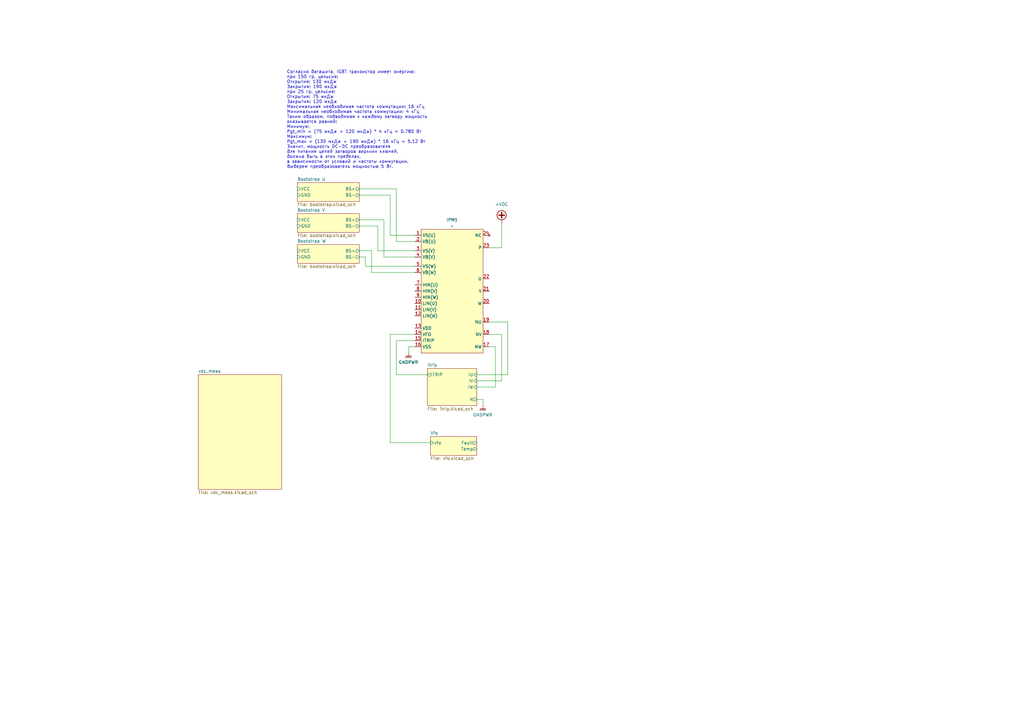
<source format=kicad_sch>
(kicad_sch (version 20231120) (generator "eeschema") (generator_version "8.0")
  (paper "A3")
  (lib_symbols
    (symbol "main:IGCM06F60GA"
      (property "Reference" "IPM" (at 0 1.27 0))
      (symbol "IGCM06F60GA_1_1"
        (rectangle (start -12.7 0) (end 12.7 -50.8) (fill (type background)))
        (pin power_in line (at -15.24 -2.54 0) (length 2.54) (name "VS(U)") (number "1"))
        (pin input line (at -15.24 -30.48 0) (length 2.54) (name "LIN(U)") (number "10"))
        (pin input line (at -15.24 -33.02 0) (length 2.54) (name "LIN(V)") (number "11"))
        (pin input line (at -15.24 -35.56 0) (length 2.54) (name "LIN(W)") (number "12"))
        (pin power_in line (at -15.24 -40.64 0) (length 2.54) (name "VDD") (number "13"))
        (pin output line (at -15.24 -43.18 0) (length 2.54) (name "VFO") (number "14"))
        (pin output line (at -15.24 -45.72 0) (length 2.54) (name "ITRIP") (number "15"))
        (pin power_in line (at -15.24 -48.26 0) (length 2.54) (name "VSS") (number "16"))
        (pin open_emitter line (at 15.24 -48.26 180) (length 2.54) (name "NW") (number "17"))
        (pin open_emitter line (at 15.24 -43.18 180) (length 2.54) (name "NV") (number "18"))
        (pin open_emitter line (at 15.24 -38.1 180) (length 2.54) (name "NU") (number "19"))
        (pin power_in line (at -15.24 -5.08 0) (length 2.54) (name "VB(U)") (number "2"))
        (pin output line (at 15.24 -30.48 180) (length 2.54) (name "W") (number "20"))
        (pin output line (at 15.24 -25.4 180) (length 2.54) (name "V") (number "21"))
        (pin output line (at 15.24 -20.32 180) (length 2.54) (name "U") (number "22"))
        (pin open_collector line (at 15.24 -7.62 180) (length 2.54) (name "P") (number "23"))
        (pin no_connect line (at 15.24 -2.54 180) (length 2.54) (name "NC") (number "24"))
        (pin power_in line (at -15.24 -8.89 0) (length 2.54) (name "VS(V)") (number "3"))
        (pin power_in line (at -15.24 -11.43 0) (length 2.54) (name "VB(V)") (number "4"))
        (pin power_in line (at -15.24 -15.24 0) (length 2.54) (name "VS(W)") (number "5"))
        (pin power_in line (at -15.24 -17.78 0) (length 2.54) (name "VB(W)") (number "6"))
        (pin input line (at -15.24 -22.86 0) (length 2.54) (name "HIN(U)") (number "7"))
        (pin input line (at -15.24 -25.4 0) (length 2.54) (name "HIN(V)") (number "8"))
        (pin input line (at -15.24 -27.94 0) (length 2.54) (name "HIN(W)") (number "9"))
      )
    )
    (symbol "power:+VDC" (power) (pin_numbers hide) (pin_names (offset 0) hide)
      (property "Value" "+VDC" (at 0 6.35 0))
      (symbol "+VDC_0_1"
        (polyline (pts (xy -1.143 3.175) (xy 1.143 3.175)) (stroke (width 0.508)))
        (polyline (pts (xy 0 0) (xy 0 1.27)))
        (polyline (pts (xy 0 2.032) (xy 0 4.318)) (stroke (width 0.508)))
        (circle (center 0 3.175) (radius 1.905) (stroke (width 0.254)))
      )
      (symbol "+VDC_1_1"
        (pin power_in line (at 0 0 90) (length 0) (name "~") (number "1"))
      )
    )
    (symbol "power:GNDPWR" (power) (pin_numbers hide) (pin_names (offset 0) hide)
      (property "Value" "GNDPWR" (at 0 -3.302 0))
      (symbol "GNDPWR_0_1"
        (polyline (pts (xy 0 -1.27) (xy 0 0)))
        (polyline (pts (xy -1.016 -1.27) (xy -1.27 -2.032) (xy -1.27 -2.032)) (stroke (width 0.2032)))
        (polyline (pts (xy -0.508 -1.27) (xy -0.762 -2.032) (xy -0.762 -2.032)) (stroke (width 0.2032)))
        (polyline (pts (xy 0 -1.27) (xy -0.254 -2.032) (xy -0.254 -2.032)) (stroke (width 0.2032)))
        (polyline (pts (xy 0.508 -1.27) (xy 0.254 -2.032) (xy 0.254 -2.032)) (stroke (width 0.2032)))
        (polyline (pts (xy 1.016 -1.27) (xy -1.016 -1.27) (xy -1.016 -1.27)) (stroke (width 0.2032)))
        (polyline (pts (xy 1.016 -1.27) (xy 0.762 -2.032) (xy 0.762 -2.032) (xy 0.762 -2.032)) (stroke (width 0.2032)))
      )
      (symbol "GNDPWR_1_1"
        (pin power_in line (at 0 0 270) (length 0) (name "~") (number "1"))
      )
    )
  )
  (wire (pts (xy 208.28 132.08) (xy 208.28 153.67)))
  (wire (pts (xy 205.74 91.44) (xy 205.74 101.6)))
  (wire (pts (xy 147.32 77.47) (xy 162.56 77.47)))
  (wire (pts (xy 147.32 102.87) (xy 152.4 102.87)))
  (wire (pts (xy 175.26 153.67) (xy 162.56 153.67)))
  (wire (pts (xy 147.32 92.71) (xy 154.94 92.71)))
  (wire (pts (xy 200.66 132.08) (xy 208.28 132.08)))
  (wire (pts (xy 203.2 142.24) (xy 203.2 158.75)))
  (wire (pts (xy 160.02 137.16) (xy 160.02 181.61)))
  (wire (pts (xy 160.02 96.52) (xy 170.18 96.52)))
  (wire (pts (xy 160.02 181.61) (xy 176.53 181.61)))
  (wire (pts (xy 200.66 101.6) (xy 205.74 101.6)))
  (wire (pts (xy 208.28 153.67) (xy 195.58 153.67)))
  (wire (pts (xy 147.32 105.41) (xy 149.86 105.41)))
  (wire (pts (xy 162.56 139.7) (xy 170.18 139.7)))
  (wire (pts (xy 195.58 158.75) (xy 203.2 158.75)))
  (wire (pts (xy 205.74 156.21) (xy 195.58 156.21)))
  (wire (pts (xy 157.48 90.17) (xy 157.48 105.41)))
  (wire (pts (xy 149.86 105.41) (xy 149.86 109.22)))
  (wire (pts (xy 160.02 80.01) (xy 160.02 96.52)))
  (wire (pts (xy 170.18 137.16) (xy 160.02 137.16)))
  (wire (pts (xy 162.56 77.47) (xy 162.56 99.06)))
  (wire (pts (xy 162.56 153.67) (xy 162.56 139.7)))
  (wire (pts (xy 200.66 137.16) (xy 205.74 137.16)))
  (wire (pts (xy 154.94 92.71) (xy 154.94 102.87)))
  (wire (pts (xy 154.94 102.87) (xy 170.18 102.87)))
  (wire (pts (xy 149.86 109.22) (xy 170.18 109.22)))
  (wire (pts (xy 152.4 102.87) (xy 152.4 111.76)))
  (wire (pts (xy 147.32 80.01) (xy 160.02 80.01)))
  (wire (pts (xy 170.18 142.24) (xy 167.64 142.24)))
  (wire (pts (xy 195.58 163.83) (xy 198.12 163.83)))
  (wire (pts (xy 147.32 90.17) (xy 157.48 90.17)))
  (wire (pts (xy 200.66 142.24) (xy 203.2 142.24)))
  (wire (pts (xy 205.74 137.16) (xy 205.74 156.21)))
  (wire (pts (xy 152.4 111.76) (xy 170.18 111.76)))
  (wire (pts (xy 198.12 163.83) (xy 198.12 166.37)))
  (wire (pts (xy 162.56 99.06) (xy 170.18 99.06)))
  (wire (pts (xy 157.48 105.41) (xy 170.18 105.41)))
  (wire (pts (xy 167.64 142.24) (xy 167.64 144.78)))
  (text "Согласно даташита, IGBT транзистор имеет энергию:\nпри 150 гр. цельсия:\nОткрытия: 130 мкДж\nЗакрытия: 190 мкДж\nпри 25 гр. цельсия:\nОткрытия: 75 мкДж\nЗакрытия: 120 мкДж\nМаксимальная необходимая частота коммутации: 16 кГц\nМинимальная необходимая частота коммутации: 4 кГц\nТаким образом, подводимая к каждому затвору мощность\nоказывается равной:\nМинимум:\nPgt_min = (75 мкДж + 120 мкДж) * 4 кГц = 0.780 Вт\nМаксимум:\nPgt_max = (130 мкДж + 190 мкДж) * 16 кГц = 5.12 Вт\nЗначит, мощность DC-DC преобразователя\nдля питания цепей затворов верхних ключей,\nдолжна быть в этих пределах,\nв зависимости от условий и частоты коммутации.\nВыберем преобразователь мощностью 5 Вт." (at 117.602 49.022 0) (effects (font (size 1.27 1.27)) (justify left)))
  (symbol (lib_id "power:GNDPWR") (at 167.64 144.78 0) (unit 1)
    (property "Reference" "#PWR03" (effects (hide yes)))
    (property "Value" "GNDPWR" (at 167.513 148.59 0))
    (property "Description" "Power symbol creates a global label with name \"GNDPWR\" , global ground" (effects (hide yes)))
  )
  (symbol (lib_id "power:GNDPWR") (at 198.12 166.37 0) (unit 1)
    (property "Reference" "#PWR04" (effects (hide yes)))
    (property "Value" "GNDPWR" (at 197.993 170.18 0))
    (property "Description" "Power symbol creates a global label with name \"GNDPWR\" , global ground" (effects (hide yes)))
  )
  (symbol (lib_id "main:IGCM06F60GA") (at 185.42 93.98 0) (unit 1)
    (property "Reference" "IPM1" (at 185.42 90.17 0))
    (property "Value" "~" (at 185.42 92.71 0))
    (property "Footprint" "main:IC_IKCM30F60GDXKMA1" (effects (hide yes)))
  )
  (symbol (lib_id "power:+VDC") (at 205.74 91.44 0) (unit 1)
    (property "Reference" "#PWR2" (effects (hide yes)))
    (property "Value" "+VDC" (at 205.74 83.82 0))
    (property "Description" "Power symbol creates a global label with name \"+VDC\"" (effects (hide yes)))
  )
  (sheet (at 121.92 74.93) (size 25.4 7.62) (stroke (width 0.1524)) (fill (color 255 255 194 1.0000))
    (property "Sheetname" "Bootstrap U" (at 121.92 74.2184 0) (effects (justify left bottom)))
    (property "Sheetfile" "bootstrap.kicad_sch" (at 121.92 83.1346 0) (effects (justify left top)))
    (pin "VCC" input (at 121.92 77.47 180))
    (pin "GND" input (at 121.92 80.01 180))
    (pin "BS+" output (at 147.32 77.47 0))
    (pin "BS-" output (at 147.32 80.01 0))
  )
  (sheet (at 176.53 179.07) (size 19.05 7.62) (stroke (width 0.1524)) (fill (color 255 255 194 1.0000))
    (property "Sheetname" "Vfo" (at 176.53 178.3584 0) (effects (justify left bottom)))
    (property "Sheetfile" "vfo.kicad_sch" (at 176.53 187.2746 0) (effects (justify left top)))
    (pin "vfo" input (at 176.53 181.61 180))
    (pin "Fault" output (at 195.58 181.61 0))
    (pin "Temp" output (at 195.58 184.15 0))
  )
  (sheet (at 175.26 151.13) (size 20.32 15.24) (stroke (width 0.1524)) (fill (color 255 255 194 1.0000))
    (property "Sheetname" "itrip" (at 175.26 150.4184 0) (effects (justify left bottom)))
    (property "Sheetfile" "itrip.kicad_sch" (at 175.26 166.9546 0) (effects (justify left top)))
    (pin "IU" input (at 195.58 153.67 0))
    (pin "IW" input (at 195.58 158.75 0))
    (pin "IV" input (at 195.58 156.21 0))
    (pin "N" output (at 195.58 163.83 0))
    (pin "ITRIP" output (at 175.26 153.67 180))
  )
  (sheet (at 81.28 153.67) (size 34.29 46.99) (stroke (width 0.1524)) (fill (color 255 255 194 1.0000))
    (property "Sheetname" "vdc_meas" (at 81.28 152.9584 0) (effects (justify left bottom)))
    (property "Sheetfile" "vdc_meas.kicad_sch" (at 81.28 201.2446 0) (effects (justify left top)))
  )
  (sheet (at 121.92 100.33) (size 25.4 7.62) (stroke (width 0.1524)) (fill (color 255 255 194 1.0000))
    (property "Sheetname" "Bootstrap W" (at 121.92 99.6184 0) (effects (justify left bottom)))
    (property "Sheetfile" "bootstrap.kicad_sch" (at 121.92 108.5346 0) (effects (justify left top)))
    (pin "VCC" input (at 121.92 102.87 180))
    (pin "GND" input (at 121.92 105.41 180))
    (pin "BS+" output (at 147.32 102.87 0))
    (pin "BS-" output (at 147.32 105.41 0))
  )
  (sheet (at 121.92 87.63) (size 25.4 7.62) (stroke (width 0.1524)) (fill (color 255 255 194 1.0000))
    (property "Sheetname" "Bootstrap V" (at 121.92 86.9184 0) (effects (justify left bottom)))
    (property "Sheetfile" "bootstrap.kicad_sch" (at 121.92 95.8346 0) (effects (justify left top)))
    (pin "VCC" input (at 121.92 90.17 180))
    (pin "GND" input (at 121.92 92.71 180))
    (pin "BS+" output (at 147.32 90.17 0))
    (pin "BS-" output (at 147.32 92.71 0))
  )
)
</source>
